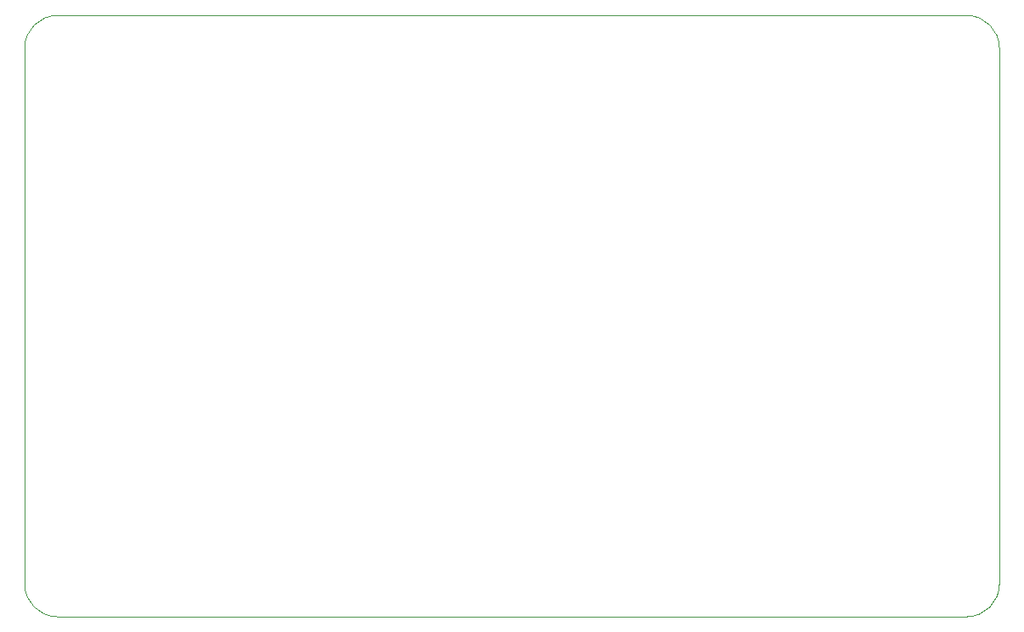
<source format=gbr>
%TF.GenerationSoftware,KiCad,Pcbnew,8.0.8*%
%TF.CreationDate,2026-01-13T22:42:20+09:00*%
%TF.ProjectId,robomas_f103_bridge_NHK2026,726f626f-6d61-4735-9f66-3130335f6272,rev?*%
%TF.SameCoordinates,Original*%
%TF.FileFunction,Profile,NP*%
%FSLAX46Y46*%
G04 Gerber Fmt 4.6, Leading zero omitted, Abs format (unit mm)*
G04 Created by KiCad (PCBNEW 8.0.8) date 2026-01-13 22:42:20*
%MOMM*%
%LPD*%
G01*
G04 APERTURE LIST*
%TA.AperFunction,Profile*%
%ADD10C,0.050000*%
%TD*%
G04 APERTURE END LIST*
D10*
X122201903Y-81751903D02*
G75*
G02*
X118951903Y-85001903I-3250003J3D01*
G01*
X28250000Y-25000000D02*
X118951903Y-24998097D01*
X118951903Y-85001903D02*
X28250000Y-85000000D01*
X28250000Y-85000000D02*
G75*
G02*
X25000000Y-81750000I0J3250000D01*
G01*
X118951903Y-24998097D02*
G75*
G02*
X122201903Y-28248097I-3J-3250003D01*
G01*
X122201903Y-28248097D02*
X122201903Y-81751903D01*
X25000000Y-81750000D02*
X25000000Y-28250000D01*
X25000000Y-28250000D02*
G75*
G02*
X28250000Y-25000000I3250000J0D01*
G01*
M02*

</source>
